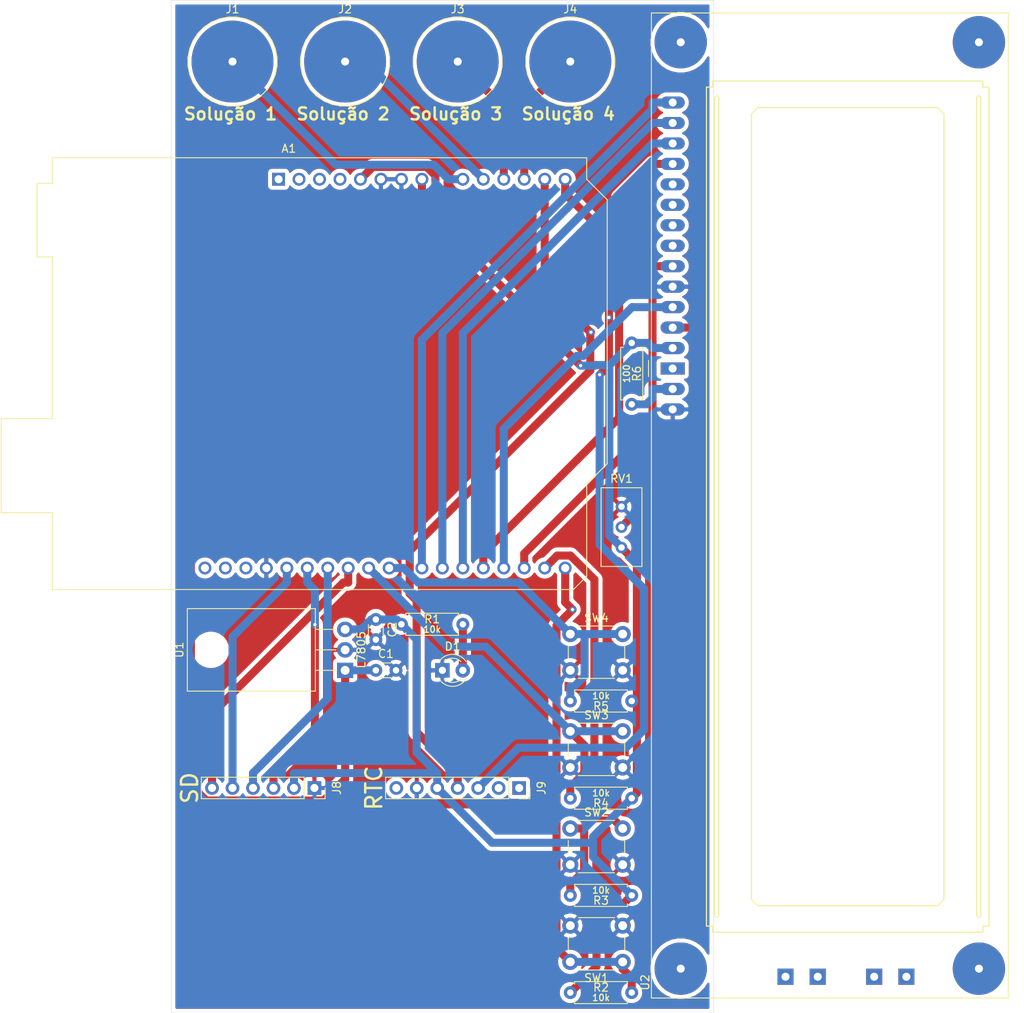
<source format=kicad_pcb>
(kicad_pcb (version 20171130) (host pcbnew "(5.1.9)-1")
  (layers (0 F.Cu signal) (31 B.Cu signal) (34 B.Paste user) (35 F.Paste user) (36 B.SilkS user) (37 F.SilkS user) (38 B.Mask user) (39 F.Mask user) (44 Edge.Cuts user))
  (net 0 "")
  (net 1 /menos)
  (net 2 /mais)
  (net 3 "Net-(A1-Pad30)")
  (net 4 /scl)
  (net 5 GNDREF)
  (net 6 /sda)
  (net 7 /sck)
  (net 8 /s4)
  (net 9 /miso)
  (net 10 /s3)
  (net 11 /mosi)
  (net 12 /s2)
  (net 13 /cs)
  (net 14 /s1)
  (net 15 /selecionar)
  (net 16 /vin)
  (net 17 /cancelar)
  (net 18 /db7)
  (net 19 /db6)
  (net 20 /db5)
  (net 21 "Net-(A1-Pad4)")
  (net 22 /db4)
  (net 23 "Net-(A1-Pad3)")
  (net 24 /rs)
  (net 25 "Net-(A1-Pad2)")
  (net 26 /e)
  (net 27 "Net-(A1-Pad1)")
  (net 28 "Net-(A1-Pad31)")
  (net 29 "Net-(A1-Pad32)")
  (net 30 /5v)
  (net 31 "Net-(D1-Pad2)")
  (net 32 /bat)
  (net 33 /ds)
  (net 34 /sq)
  (net 35 "Net-(R6-Pad2)")
  (net 36 "Net-(RV1-Pad2)")
  (net 37 "Net-(U2-PadK2)")
  (net 38 "Net-(U2-PadA2)")
  (net 39 "Net-(U2-PadK1)")
  (net 40 "Net-(U2-PadA1)")
  (net 41 "Net-(U2-Pad1)")
  (net 42 "Net-(U2-Pad7)")
  (net 43 "Net-(U2-Pad8)")
  (net 44 "Net-(U2-Pad9)")
  (net 45 "Net-(U2-Pad10)")
  (module Package_TO_SOT_THT:TO-220-3_Horizontal_TabDown (layer F.Cu) (at 80.01 113.665 90)
    (fp_text reference U1 (at 2.54 -20.58 90) (layer F.SilkS))
    (fp_text value L7805 (at 2.54 2 90) (layer F.SilkS))
    (fp_line (start -2.58 -3.69) (end 7.66 -3.69) (layer F.SilkS) (width 0.12))
    (fp_line (start -2.58 -19.58) (end 7.66 -19.58) (layer F.SilkS) (width 0.12))
    (fp_line (start -2.58 -19.58) (end -2.58 -3.69) (layer F.SilkS) (width 0.12))
    (fp_line (start 7.66 -19.58) (end 7.66 -3.69) (layer F.SilkS) (width 0.12))
    (fp_line (start 0 -3.69) (end 0 -1.15) (layer F.SilkS) (width 0.12))
    (fp_line (start 2.54 -3.69) (end 2.54 -1.15) (layer F.SilkS) (width 0.12))
    (fp_line (start 5.08 -3.69) (end 5.08 -1.15) (layer F.SilkS) (width 0.12))
    (pad 3 thru_hole oval (at 5.08 0 90) (size 1.905 2) (drill 1.1) (layers *.Cu *.Mask) (net 30 /5v))
    (pad 2 thru_hole oval (at 2.54 0 90) (size 1.905 2) (drill 1.1) (layers *.Cu *.Mask) (net 5 GNDREF))
    (pad 1 thru_hole rect (at 0 0 90) (size 1.905 2) (drill 1.1) (layers *.Cu *.Mask) (net 16 /vin))
    (pad "" np_thru_hole oval (at 2.54 -16.66 90) (size 3.5 3.5) (drill 3.5) (layers *.Cu *.Mask))
  )
  (module Button_Switch_THT:SW_PUSH_6mm (layer F.Cu) (at 107.95 109.165)
    (fp_text reference SW4 (at 3.25 -2) (layer F.SilkS))
    (fp_text value cancelar)
    (fp_line (start 6.75 3) (end 6.75 1.5) (layer F.SilkS) (width 0.12))
    (fp_line (start 5.5 -1) (end 1 -1) (layer F.SilkS) (width 0.12))
    (fp_line (start -0.25 1.5) (end -0.25 3) (layer F.SilkS) (width 0.12))
    (fp_line (start 1 5.5) (end 5.5 5.5) (layer F.SilkS) (width 0.12))
    (pad 1 thru_hole circle (at 6.5 0 90) (size 2 2) (drill 1.1) (layers *.Cu *.Mask) (net 17 /cancelar))
    (pad 2 thru_hole circle (at 6.5 4.5 90) (size 2 2) (drill 1.1) (layers *.Cu *.Mask) (net 5 GNDREF))
    (pad 1 thru_hole circle (at 0 0 90) (size 2 2) (drill 1.1) (layers *.Cu *.Mask) (net 17 /cancelar))
    (pad 2 thru_hole circle (at 0 4.5 90) (size 2 2) (drill 1.1) (layers *.Cu *.Mask) (net 5 GNDREF))
  )
  (module Button_Switch_THT:SW_PUSH_6mm (layer F.Cu) (at 107.95 121.23)
    (fp_text reference SW3 (at 3.25 -2) (layer F.SilkS))
    (fp_text value selecionar)
    (fp_line (start 6.75 3) (end 6.75 1.5) (layer F.SilkS) (width 0.12))
    (fp_line (start 5.5 -1) (end 1 -1) (layer F.SilkS) (width 0.12))
    (fp_line (start -0.25 1.5) (end -0.25 3) (layer F.SilkS) (width 0.12))
    (fp_line (start 1 5.5) (end 5.5 5.5) (layer F.SilkS) (width 0.12))
    (pad 1 thru_hole circle (at 6.5 0 90) (size 2 2) (drill 1.1) (layers *.Cu *.Mask) (net 15 /selecionar))
    (pad 2 thru_hole circle (at 6.5 4.5 90) (size 2 2) (drill 1.1) (layers *.Cu *.Mask) (net 5 GNDREF))
    (pad 1 thru_hole circle (at 0 0 90) (size 2 2) (drill 1.1) (layers *.Cu *.Mask) (net 15 /selecionar))
    (pad 2 thru_hole circle (at 0 4.5 90) (size 2 2) (drill 1.1) (layers *.Cu *.Mask) (net 5 GNDREF))
  )
  (module Button_Switch_THT:SW_PUSH_6mm (layer F.Cu) (at 107.95 133.295)
    (fp_text reference SW2 (at 3.25 -2) (layer F.SilkS))
    (fp_text value menos)
    (fp_line (start 6.75 3) (end 6.75 1.5) (layer F.SilkS) (width 0.12))
    (fp_line (start 5.5 -1) (end 1 -1) (layer F.SilkS) (width 0.12))
    (fp_line (start -0.25 1.5) (end -0.25 3) (layer F.SilkS) (width 0.12))
    (fp_line (start 1 5.5) (end 5.5 5.5) (layer F.SilkS) (width 0.12))
    (pad 1 thru_hole circle (at 6.5 0 90) (size 2 2) (drill 1.1) (layers *.Cu *.Mask) (net 1 /menos))
    (pad 2 thru_hole circle (at 6.5 4.5 90) (size 2 2) (drill 1.1) (layers *.Cu *.Mask) (net 5 GNDREF))
    (pad 1 thru_hole circle (at 0 0 90) (size 2 2) (drill 1.1) (layers *.Cu *.Mask) (net 1 /menos))
    (pad 2 thru_hole circle (at 0 4.5 90) (size 2 2) (drill 1.1) (layers *.Cu *.Mask) (net 5 GNDREF))
  )
  (module Button_Switch_THT:SW_PUSH_6mm (layer F.Cu) (at 114.45 149.86 180)
    (fp_text reference SW1 (at 3.25 -2) (layer F.SilkS))
    (fp_text value mais)
    (fp_line (start 6.75 3) (end 6.75 1.5) (layer F.SilkS) (width 0.12))
    (fp_line (start 5.5 -1) (end 1 -1) (layer F.SilkS) (width 0.12))
    (fp_line (start -0.25 1.5) (end -0.25 3) (layer F.SilkS) (width 0.12))
    (fp_line (start 1 5.5) (end 5.5 5.5) (layer F.SilkS) (width 0.12))
    (pad 1 thru_hole circle (at 6.5 0 270) (size 2 2) (drill 1.1) (layers *.Cu *.Mask) (net 2 /mais))
    (pad 2 thru_hole circle (at 6.5 4.5 270) (size 2 2) (drill 1.1) (layers *.Cu *.Mask) (net 5 GNDREF))
    (pad 1 thru_hole circle (at 0 0 270) (size 2 2) (drill 1.1) (layers *.Cu *.Mask) (net 2 /mais))
    (pad 2 thru_hole circle (at 0 4.5 270) (size 2 2) (drill 1.1) (layers *.Cu *.Mask) (net 5 GNDREF))
  )
  (module Display:LCD-016N002L (layer F.Cu) (at 120.65 76.2 90)
    (fp_text reference U2 (at -76.21 -3.41 270) (layer F.SilkS))
    (fp_text value LCD-016N002L)
    (fp_line (start 34.925 38.481) (end 34.925 39.243) (layer F.SilkS) (width 0.15))
    (fp_line (start 35.687 38.481) (end 34.925 38.481) (layer F.SilkS) (width 0.15))
    (fp_line (start -69.215 38.481) (end -69.977 38.481) (layer F.SilkS) (width 0.15))
    (fp_line (start -69.215 39.243) (end -69.215 38.481) (layer F.SilkS) (width 0.15))
    (fp_line (start -69.215 4.953) (end -69.977 4.953) (layer F.SilkS) (width 0.15))
    (fp_line (start -69.215 4.191) (end -69.215 4.953) (layer F.SilkS) (width 0.15))
    (fp_line (start 34.925 4.953) (end 35.687 4.953) (layer F.SilkS) (width 0.15))
    (fp_line (start 34.925 4.191) (end 34.925 4.953) (layer F.SilkS) (width 0.15))
    (fp_line (start -69.215 39.243) (end 34.925 39.243) (layer F.SilkS) (width 0.15))
    (fp_line (start 35.687 38.481) (end 35.687 4.953) (layer F.SilkS) (width 0.15))
    (fp_line (start 34.925 4.191) (end -69.215 4.191) (layer F.SilkS) (width 0.15))
    (fp_line (start -69.977 4.953) (end -69.977 38.481) (layer F.SilkS) (width 0.15))
    (fp_line (start 32.385 32.893) (end 31.623 33.655) (layer F.SilkS) (width 0.15))
    (fp_line (start -65.913 33.655) (end -66.675 32.893) (layer F.SilkS) (width 0.15))
    (fp_line (start -66.675 10.541) (end -65.913 9.779) (layer F.SilkS) (width 0.15))
    (fp_line (start 31.623 9.779) (end 32.385 10.541) (layer F.SilkS) (width 0.15))
    (fp_line (start 31.623 33.655) (end -65.913 33.655) (layer F.SilkS) (width 0.15))
    (fp_line (start -66.675 32.893) (end -66.675 10.541) (layer F.SilkS) (width 0.15))
    (fp_line (start -65.913 9.779) (end 31.623 9.779) (layer F.SilkS) (width 0.15))
    (fp_line (start 32.385 10.541) (end 32.385 32.893) (layer F.SilkS) (width 0.15))
    (fp_line (start -67.945 38.227) (end 33.655 38.227) (layer F.SilkS) (width 0.15))
    (fp_line (start -68.199 37.973) (end -67.945 38.227) (layer F.SilkS) (width 0.15))
    (fp_line (start -67.945 37.719) (end -68.199 37.973) (layer F.SilkS) (width 0.15))
    (fp_line (start 33.655 37.719) (end -67.945 37.719) (layer F.SilkS) (width 0.15))
    (fp_line (start 33.909 37.973) (end 33.655 37.719) (layer F.SilkS) (width 0.15))
    (fp_line (start 33.655 38.227) (end 33.909 37.973) (layer F.SilkS) (width 0.15))
    (fp_line (start 33.909 5.461) (end 33.655 5.715) (layer F.SilkS) (width 0.15))
    (fp_line (start 33.655 5.207) (end 33.909 5.461) (layer F.SilkS) (width 0.15))
    (fp_line (start -67.945 5.715) (end 33.655 5.715) (layer F.SilkS) (width 0.15))
    (fp_line (start -68.199 5.461) (end -67.945 5.715) (layer F.SilkS) (width 0.15))
    (fp_line (start -67.945 5.207) (end -68.199 5.461) (layer F.SilkS) (width 0.15))
    (fp_line (start 33.655 5.207) (end -67.945 5.207) (layer F.SilkS) (width 0.15))
    (fp_line (start -78.14 -2.64) (end -78.14 41.64) (layer F.SilkS) (width 0.12))
    (fp_line (start 44.14 -2.64) (end -78.14 -2.64) (layer F.SilkS) (width 0.12))
    (fp_line (start -1 -3) (end 1 -3) (layer F.SilkS) (width 0.12))
    (fp_line (start 44.14 -2.64) (end 44.14 41.64) (layer F.SilkS) (width 0.12))
    (fp_line (start -78.14 41.64) (end 44.14 41.64) (layer F.SilkS) (width 0.12))
    (pad K2 thru_hole rect (at -75.5 29 270) (size 2 2) (drill 1) (layers *.Cu *.Mask) (net 37 "Net-(U2-PadK2)"))
    (pad A2 thru_hole rect (at -75.5 25 270) (size 2 2) (drill 1) (layers *.Cu *.Mask) (net 38 "Net-(U2-PadA2)"))
    (pad K1 thru_hole rect (at -75.5 18 270) (size 2 2) (drill 1) (layers *.Cu *.Mask) (net 39 "Net-(U2-PadK1)"))
    (pad A1 thru_hole rect (at -75.5 14 270) (size 2 2) (drill 1) (layers *.Cu *.Mask) (net 40 "Net-(U2-PadA1)"))
    (pad "" thru_hole circle (at 40.5 38 270) (size 6.5 6.5) (drill 1) (layers *.Cu *.Mask))
    (pad "" thru_hole circle (at 40.5 1 270) (size 6.5 6.5) (drill 1) (layers *.Cu *.Mask))
    (pad "" thru_hole circle (at -74.5 38 270) (size 6.5 6.5) (drill 1) (layers *.Cu *.Mask))
    (pad "" thru_hole circle (at -74.5 1 270) (size 6.5 6.5) (drill 1) (layers *.Cu *.Mask))
    (pad 16 thru_hole oval (at -5.08 0 270) (size 1.5 3) (drill 1) (layers *.Cu *.Mask) (net 5 GNDREF))
    (pad 15 thru_hole oval (at -2.54 0 270) (size 1.5 3) (drill 1) (layers *.Cu *.Mask) (net 35 "Net-(R6-Pad2)"))
    (pad 1 thru_hole rect (at 0 0 270) (size 1.5 3) (drill 1) (layers *.Cu *.Mask) (net 41 "Net-(U2-Pad1)"))
    (pad 2 thru_hole oval (at 2.54 0 270) (size 1.5 3) (drill 1) (layers *.Cu *.Mask) (net 30 /5v))
    (pad 3 thru_hole oval (at 5.08 0 270) (size 1.5 3) (drill 1) (layers *.Cu *.Mask) (net 36 "Net-(RV1-Pad2)"))
    (pad 4 thru_hole oval (at 7.62 0 270) (size 1.5 3) (drill 1) (layers *.Cu *.Mask) (net 24 /rs))
    (pad 5 thru_hole oval (at 10.16 0 270) (size 1.5 3) (drill 1) (layers *.Cu *.Mask) (net 5 GNDREF))
    (pad 6 thru_hole oval (at 12.7 0 270) (size 1.5 3) (drill 1) (layers *.Cu *.Mask) (net 26 /e))
    (pad 7 thru_hole oval (at 15.24 0 270) (size 1.5 3) (drill 1) (layers *.Cu *.Mask) (net 42 "Net-(U2-Pad7)"))
    (pad 8 thru_hole oval (at 17.78 0 270) (size 1.5 3) (drill 1) (layers *.Cu *.Mask) (net 43 "Net-(U2-Pad8)"))
    (pad 9 thru_hole oval (at 20.32 0 270) (size 1.5 3) (drill 1) (layers *.Cu *.Mask) (net 44 "Net-(U2-Pad9)"))
    (pad 10 thru_hole oval (at 22.86 0 270) (size 1.5 3) (drill 1) (layers *.Cu *.Mask) (net 45 "Net-(U2-Pad10)"))
    (pad 11 thru_hole oval (at 25.4 0 270) (size 1.5 3) (drill 1) (layers *.Cu *.Mask) (net 22 /db4))
    (pad 12 thru_hole oval (at 27.94 0 270) (size 1.5 3) (drill 1) (layers *.Cu *.Mask) (net 20 /db5))
    (pad 13 thru_hole oval (at 30.48 0 270) (size 1.5 3) (drill 1) (layers *.Cu *.Mask) (net 19 /db6))
    (pad 14 thru_hole oval (at 33.02 0 270) (size 1.5 3) (drill 1) (layers *.Cu *.Mask) (net 18 /db7))
  )
  (module Potentiometer_THT:Potentiometer_Bourns_3386C_Horizontal (layer F.Cu) (at 114.3 93.345)
    (fp_text reference RV1 (at 0 -3.475) (layer F.SilkS))
    (fp_text value 10k)
    (fp_line (start -2.535 -2.345) (end -2.535 7.425) (layer F.SilkS) (width 0.12))
    (fp_line (start 2.535 -2.345) (end 2.535 7.425) (layer F.SilkS) (width 0.12))
    (fp_line (start -2.535 7.425) (end 2.535 7.425) (layer F.SilkS) (width 0.12))
    (fp_line (start -2.535 -2.345) (end 2.535 -2.345) (layer F.SilkS) (width 0.12))
    (pad 1 thru_hole circle (at 0 0) (size 1.44 1.44) (drill 0.8) (layers *.Cu *.Mask) (net 5 GNDREF))
    (pad 2 thru_hole circle (at 0 2.54) (size 1.44 1.44) (drill 0.8) (layers *.Cu *.Mask) (net 36 "Net-(RV1-Pad2)"))
    (pad 3 thru_hole circle (at 0 5.08) (size 1.44 1.44) (drill 0.8) (layers *.Cu *.Mask) (net 30 /5v))
  )
  (module Resistor_THT:R_Axial_DIN0207_L6.3mm_D2.5mm_P7.62mm_Horizontal (layer F.Cu) (at 115.57 73.025 270)
    (fp_text reference R6 (at 3.81 -0.635 90) (layer F.SilkS))
    (fp_text value 100 (at 3.81 0.635 90) (layer F.SilkS) (effects (font (size 0.8 0.8))))
    (fp_line (start 7.08 1.37) (end 7.08 1.04) (layer F.SilkS) (width 0.12))
    (fp_line (start 0.54 1.37) (end 7.08 1.37) (layer F.SilkS) (width 0.12))
    (fp_line (start 0.54 1.04) (end 0.54 1.37) (layer F.SilkS) (width 0.12))
    (fp_line (start 7.08 -1.37) (end 7.08 -1.04) (layer F.SilkS) (width 0.12))
    (fp_line (start 0.54 -1.37) (end 7.08 -1.37) (layer F.SilkS) (width 0.12))
    (fp_line (start 0.54 -1.04) (end 0.54 -1.37) (layer F.SilkS) (width 0.12))
    (pad 2 thru_hole oval (at 7.62 0 270) (size 1.6 1.6) (drill 0.8) (layers *.Cu *.Mask) (net 35 "Net-(R6-Pad2)"))
    (pad 1 thru_hole circle (at 0 0 270) (size 1.6 1.6) (drill 0.8) (layers *.Cu *.Mask) (net 30 /5v))
  )
  (module Resistor_THT:R_Axial_DIN0207_L6.3mm_D2.5mm_P7.62mm_Horizontal (layer F.Cu) (at 115.57 117.475 180)
    (fp_text reference R5 (at 3.81 -0.635) (layer F.SilkS))
    (fp_text value 10k (at 3.81 0.635) (layer F.SilkS) (effects (font (size 0.8 0.8))))
    (fp_line (start 7.08 1.37) (end 7.08 1.04) (layer F.SilkS) (width 0.12))
    (fp_line (start 0.54 1.37) (end 7.08 1.37) (layer F.SilkS) (width 0.12))
    (fp_line (start 0.54 1.04) (end 0.54 1.37) (layer F.SilkS) (width 0.12))
    (fp_line (start 7.08 -1.37) (end 7.08 -1.04) (layer F.SilkS) (width 0.12))
    (fp_line (start 0.54 -1.37) (end 7.08 -1.37) (layer F.SilkS) (width 0.12))
    (fp_line (start 0.54 -1.04) (end 0.54 -1.37) (layer F.SilkS) (width 0.12))
    (pad 2 thru_hole oval (at 7.62 0 180) (size 1.6 1.6) (drill 0.8) (layers *.Cu *.Mask) (net 17 /cancelar))
    (pad 1 thru_hole circle (at 0 0 180) (size 1.6 1.6) (drill 0.8) (layers *.Cu *.Mask) (net 30 /5v))
  )
  (module Resistor_THT:R_Axial_DIN0207_L6.3mm_D2.5mm_P7.62mm_Horizontal (layer F.Cu) (at 115.57 129.54 180)
    (fp_text reference R4 (at 3.81 -0.635) (layer F.SilkS))
    (fp_text value 10k (at 3.81 0.635) (layer F.SilkS) (effects (font (size 0.8 0.8))))
    (fp_line (start 7.08 1.37) (end 7.08 1.04) (layer F.SilkS) (width 0.12))
    (fp_line (start 0.54 1.37) (end 7.08 1.37) (layer F.SilkS) (width 0.12))
    (fp_line (start 0.54 1.04) (end 0.54 1.37) (layer F.SilkS) (width 0.12))
    (fp_line (start 7.08 -1.37) (end 7.08 -1.04) (layer F.SilkS) (width 0.12))
    (fp_line (start 0.54 -1.37) (end 7.08 -1.37) (layer F.SilkS) (width 0.12))
    (fp_line (start 0.54 -1.04) (end 0.54 -1.37) (layer F.SilkS) (width 0.12))
    (pad 2 thru_hole oval (at 7.62 0 180) (size 1.6 1.6) (drill 0.8) (layers *.Cu *.Mask) (net 15 /selecionar))
    (pad 1 thru_hole circle (at 0 0 180) (size 1.6 1.6) (drill 0.8) (layers *.Cu *.Mask) (net 30 /5v))
  )
  (module Resistor_THT:R_Axial_DIN0207_L6.3mm_D2.5mm_P7.62mm_Horizontal (layer F.Cu) (at 115.57 141.605 180)
    (fp_text reference R3 (at 3.81 -0.635) (layer F.SilkS))
    (fp_text value 10k (at 3.81 0.635) (layer F.SilkS) (effects (font (size 0.8 0.8))))
    (fp_line (start 7.08 1.37) (end 7.08 1.04) (layer F.SilkS) (width 0.12))
    (fp_line (start 0.54 1.37) (end 7.08 1.37) (layer F.SilkS) (width 0.12))
    (fp_line (start 0.54 1.04) (end 0.54 1.37) (layer F.SilkS) (width 0.12))
    (fp_line (start 7.08 -1.37) (end 7.08 -1.04) (layer F.SilkS) (width 0.12))
    (fp_line (start 0.54 -1.37) (end 7.08 -1.37) (layer F.SilkS) (width 0.12))
    (fp_line (start 0.54 -1.04) (end 0.54 -1.37) (layer F.SilkS) (width 0.12))
    (pad 2 thru_hole oval (at 7.62 0 180) (size 1.6 1.6) (drill 0.8) (layers *.Cu *.Mask) (net 1 /menos))
    (pad 1 thru_hole circle (at 0 0 180) (size 1.6 1.6) (drill 0.8) (layers *.Cu *.Mask) (net 30 /5v))
  )
  (module Resistor_THT:R_Axial_DIN0207_L6.3mm_D2.5mm_P7.62mm_Horizontal (layer F.Cu) (at 107.95 153.67)
    (fp_text reference R2 (at 3.81 -0.635) (layer F.SilkS))
    (fp_text value 10k (at 3.81 0.635) (layer F.SilkS) (effects (font (size 0.8 0.8))))
    (fp_line (start 7.08 1.37) (end 7.08 1.04) (layer F.SilkS) (width 0.12))
    (fp_line (start 0.54 1.37) (end 7.08 1.37) (layer F.SilkS) (width 0.12))
    (fp_line (start 0.54 1.04) (end 0.54 1.37) (layer F.SilkS) (width 0.12))
    (fp_line (start 7.08 -1.37) (end 7.08 -1.04) (layer F.SilkS) (width 0.12))
    (fp_line (start 0.54 -1.37) (end 7.08 -1.37) (layer F.SilkS) (width 0.12))
    (fp_line (start 0.54 -1.04) (end 0.54 -1.37) (layer F.SilkS) (width 0.12))
    (pad 2 thru_hole oval (at 7.62 0) (size 1.6 1.6) (drill 0.8) (layers *.Cu *.Mask) (net 2 /mais))
    (pad 1 thru_hole circle (at 0 0) (size 1.6 1.6) (drill 0.8) (layers *.Cu *.Mask) (net 30 /5v))
  )
  (module Resistor_THT:R_Axial_DIN0207_L6.3mm_D2.5mm_P7.62mm_Horizontal (layer F.Cu) (at 86.995 107.95)
    (fp_text reference R1 (at 3.81 -0.635) (layer F.SilkS))
    (fp_text value 10k (at 3.81 0.635) (layer F.SilkS) (effects (font (size 0.8 0.8))))
    (fp_line (start 7.08 1.37) (end 7.08 1.04) (layer F.SilkS) (width 0.12))
    (fp_line (start 0.54 1.37) (end 7.08 1.37) (layer F.SilkS) (width 0.12))
    (fp_line (start 0.54 1.04) (end 0.54 1.37) (layer F.SilkS) (width 0.12))
    (fp_line (start 7.08 -1.37) (end 7.08 -1.04) (layer F.SilkS) (width 0.12))
    (fp_line (start 0.54 -1.37) (end 7.08 -1.37) (layer F.SilkS) (width 0.12))
    (fp_line (start 0.54 -1.04) (end 0.54 -1.37) (layer F.SilkS) (width 0.12))
    (pad 2 thru_hole oval (at 7.62 0) (size 1.6 1.6) (drill 0.8) (layers *.Cu *.Mask) (net 31 "Net-(D1-Pad2)"))
    (pad 1 thru_hole circle (at 0 0) (size 1.6 1.6) (drill 0.8) (layers *.Cu *.Mask) (net 30 /5v))
  )
  (module Connector_PinSocket_2.54mm:PinSocket_1x07_P2.54mm_Vertical (layer F.Cu) (at 101.6 128.27 270)
    (fp_text reference J9 (at 0 -2.77 90) (layer F.SilkS))
    (fp_text value RTC (at 0 18.01 90) (layer F.SilkS) (effects (font (size 2 2) (thickness 0.3))))
    (fp_line (start 0 -1.33) (end 1.33 -1.33) (layer F.SilkS) (width 0.12))
    (fp_line (start 1.33 -1.33) (end 1.33 0) (layer F.SilkS) (width 0.12))
    (fp_line (start 1.33 1.27) (end 1.33 16.57) (layer F.SilkS) (width 0.12))
    (fp_line (start -1.33 16.57) (end 1.33 16.57) (layer F.SilkS) (width 0.12))
    (fp_line (start -1.33 1.27) (end -1.33 16.57) (layer F.SilkS) (width 0.12))
    (fp_line (start -1.33 1.27) (end 1.33 1.27) (layer F.SilkS) (width 0.12))
    (pad 7 thru_hole oval (at 0 15.24 270) (size 1.7 1.7) (drill 1) (layers *.Cu *.Mask) (net 32 /bat))
    (pad 6 thru_hole oval (at 0 12.7 270) (size 1.7 1.7) (drill 1) (layers *.Cu *.Mask) (net 5 GNDREF))
    (pad 5 thru_hole oval (at 0 10.16 270) (size 1.7 1.7) (drill 1) (layers *.Cu *.Mask) (net 30 /5v))
    (pad 4 thru_hole oval (at 0 7.62 270) (size 1.7 1.7) (drill 1) (layers *.Cu *.Mask) (net 6 /sda))
    (pad 3 thru_hole oval (at 0 5.08 270) (size 1.7 1.7) (drill 1) (layers *.Cu *.Mask) (net 4 /scl))
    (pad 2 thru_hole oval (at 0 2.54 270) (size 1.7 1.7) (drill 1) (layers *.Cu *.Mask) (net 33 /ds))
    (pad 1 thru_hole rect (at 0 0 270) (size 1.7 1.7) (drill 1) (layers *.Cu *.Mask) (net 34 /sq))
  )
  (module Connector_PinSocket_2.54mm:PinSocket_1x06_P2.54mm_Vertical (layer F.Cu) (at 76.2 128.27 270)
    (fp_text reference J8 (at 0 -2.77 90) (layer F.SilkS))
    (fp_text value SD (at 0 15.47 90) (layer F.SilkS) (effects (font (size 2 2) (thickness 0.3))))
    (fp_line (start 0 -1.33) (end 1.33 -1.33) (layer F.SilkS) (width 0.12))
    (fp_line (start 1.33 -1.33) (end 1.33 0) (layer F.SilkS) (width 0.12))
    (fp_line (start 1.33 1.27) (end 1.33 14.03) (layer F.SilkS) (width 0.12))
    (fp_line (start -1.33 14.03) (end 1.33 14.03) (layer F.SilkS) (width 0.12))
    (fp_line (start -1.33 1.27) (end -1.33 14.03) (layer F.SilkS) (width 0.12))
    (fp_line (start -1.33 1.27) (end 1.33 1.27) (layer F.SilkS) (width 0.12))
    (pad 6 thru_hole oval (at 0 12.7 270) (size 1.7 1.7) (drill 1) (layers *.Cu *.Mask) (net 13 /cs))
    (pad 5 thru_hole oval (at 0 10.16 270) (size 1.7 1.7) (drill 1) (layers *.Cu *.Mask) (net 7 /sck))
    (pad 4 thru_hole oval (at 0 7.62 270) (size 1.7 1.7) (drill 1) (layers *.Cu *.Mask) (net 11 /mosi))
    (pad 3 thru_hole oval (at 0 5.08 270) (size 1.7 1.7) (drill 1) (layers *.Cu *.Mask) (net 9 /miso))
    (pad 2 thru_hole oval (at 0 2.54 270) (size 1.7 1.7) (drill 1) (layers *.Cu *.Mask) (net 30 /5v))
    (pad 1 thru_hole rect (at 0 0 270) (size 1.7 1.7) (drill 1) (layers *.Cu *.Mask) (net 5 GNDREF))
  )
  (module Connector:Banana_Jack_1Pin (layer F.Cu) (at 107.95 38.1)
    (fp_text reference J4 (at 0 -6.5) (layer F.SilkS))
    (fp_text value "Solução 4" (at -0.25 6.5) (layer F.SilkS) (effects (font (size 1.5 1.5) (thickness 0.3))))
    (fp_circle (center 0 0) (end 5.5 0) (layer F.SilkS) (width 0.12))
    (pad 1 thru_hole circle (at 0 0) (size 10.16 10.16) (drill 1) (layers *.Cu *.Mask) (net 8 /s4))
  )
  (module Connector:Banana_Jack_1Pin (layer F.Cu) (at 93.98 38.1)
    (fp_text reference J3 (at 0 -6.5) (layer F.SilkS))
    (fp_text value "Solução 3" (at -0.25 6.5) (layer F.SilkS) (effects (font (size 1.5 1.5) (thickness 0.3))))
    (fp_circle (center 0 0) (end 5.5 0) (layer F.SilkS) (width 0.12))
    (pad 1 thru_hole circle (at 0 0) (size 10.16 10.16) (drill 1) (layers *.Cu *.Mask) (net 10 /s3))
  )
  (module Connector:Banana_Jack_1Pin (layer F.Cu) (at 80.01 38.1)
    (fp_text reference J2 (at 0 -6.5) (layer F.SilkS))
    (fp_text value "Solução 2" (at -0.25 6.5) (layer F.SilkS) (effects (font (size 1.5 1.5) (thickness 0.3))))
    (fp_circle (center 0 0) (end 5.5 0) (layer F.SilkS) (width 0.12))
    (pad 1 thru_hole circle (at 0 0) (size 10.16 10.16) (drill 1) (layers *.Cu *.Mask) (net 12 /s2))
  )
  (module Connector:Banana_Jack_1Pin (layer F.Cu) (at 66.04 38.1)
    (fp_text reference J1 (at 0 -6.5) (layer F.SilkS))
    (fp_text value "Solução 1" (at -0.25 6.5) (layer F.SilkS) (effects (font (size 1.5 1.5) (thickness 0.3))))
    (fp_circle (center 0 0) (end 5.5 0) (layer F.SilkS) (width 0.12))
    (pad 1 thru_hole circle (at 0 0) (size 10.16 10.16) (drill 1) (layers *.Cu *.Mask) (net 14 /s1))
  )
  (module LED_THT:LED_D3.0mm (layer F.Cu) (at 92.075 113.665)
    (fp_text reference D1 (at 1.27 -2.96) (layer F.SilkS))
    (fp_text value LED_Small)
    (fp_line (start -0.29 1.08) (end -0.29 1.236) (layer F.SilkS) (width 0.12))
    (fp_line (start -0.29 -1.236) (end -0.29 -1.08) (layer F.SilkS) (width 0.12))
    (fp_arc (start 1.27 0) (end 0.229039 1.08) (angle -87.9) (layer F.SilkS) (width 0.12))
    (fp_arc (start 1.27 0) (end 0.229039 -1.08) (angle 87.9) (layer F.SilkS) (width 0.12))
    (fp_arc (start 1.27 0) (end -0.29 1.235516) (angle -108.8) (layer F.SilkS) (width 0.12))
    (fp_arc (start 1.27 0) (end -0.29 -1.235516) (angle 108.8) (layer F.SilkS) (width 0.12))
    (pad 2 thru_hole circle (at 2.54 0) (size 1.8 1.8) (drill 0.9) (layers *.Cu *.Mask) (net 31 "Net-(D1-Pad2)"))
    (pad 1 thru_hole rect (at 0 0) (size 1.8 1.8) (drill 0.9) (layers *.Cu *.Mask) (net 5 GNDREF))
  )
  (module Capacitor_THT:C_Disc_D3.0mm_W1.6mm_P2.50mm (layer F.Cu) (at 83.82 107.355 270)
    (fp_text reference C2 (at 1.25 -2.05 90) (layer F.SilkS))
    (fp_text value 0.1uF)
    (fp_line (start 0.621 0.92) (end 1.879 0.92) (layer F.SilkS) (width 0.12))
    (fp_line (start 0.621 -0.92) (end 1.879 -0.92) (layer F.SilkS) (width 0.12))
    (pad 2 thru_hole circle (at 2.5 0 270) (size 1.6 1.6) (drill 0.8) (layers *.Cu *.Mask) (net 5 GNDREF))
    (pad 1 thru_hole circle (at 0 0 270) (size 1.6 1.6) (drill 0.8) (layers *.Cu *.Mask) (net 30 /5v))
  )
  (module Capacitor_THT:C_Disc_D3.0mm_W1.6mm_P2.50mm (layer F.Cu) (at 83.82 113.665)
    (fp_text reference C1 (at 1.25 -2.05) (layer F.SilkS))
    (fp_text value 0.33uF)
    (fp_line (start 0.621 0.92) (end 1.879 0.92) (layer F.SilkS) (width 0.12))
    (fp_line (start 0.621 -0.92) (end 1.879 -0.92) (layer F.SilkS) (width 0.12))
    (pad 2 thru_hole circle (at 2.5 0) (size 1.6 1.6) (drill 0.8) (layers *.Cu *.Mask) (net 5 GNDREF))
    (pad 1 thru_hole circle (at 0 0) (size 1.6 1.6) (drill 0.8) (layers *.Cu *.Mask) (net 16 /vin))
  )
  (module Module:Arduino_UNO_R3 (layer F.Cu) (at 71.755 52.705)
    (fp_text reference A1 (at 1.27 -3.81 180) (layer F.SilkS))
    (fp_text value Arduino_UNO_R3)
    (fp_line (start 38.23 37.85) (end 40.77 35.31) (layer F.SilkS) (width 0.12))
    (fp_line (start 38.23 49.28) (end 38.23 37.85) (layer F.SilkS) (width 0.12))
    (fp_line (start 36.58 50.93) (end 38.23 49.28) (layer F.SilkS) (width 0.12))
    (fp_line (start -28.07 50.93) (end 36.58 50.93) (layer F.SilkS) (width 0.12))
    (fp_line (start -28.07 41.4) (end -28.07 50.93) (layer F.SilkS) (width 0.12))
    (fp_line (start -34.42 41.4) (end -28.07 41.4) (layer F.SilkS) (width 0.12))
    (fp_line (start -34.42 29.72) (end -34.42 41.4) (layer F.SilkS) (width 0.12))
    (fp_line (start -28.07 29.72) (end -34.42 29.72) (layer F.SilkS) (width 0.12))
    (fp_line (start -28.07 9.65) (end -28.07 29.72) (layer F.SilkS) (width 0.12))
    (fp_line (start -29.97 9.65) (end -28.07 9.65) (layer F.SilkS) (width 0.12))
    (fp_line (start -29.97 0.51) (end -29.97 9.65) (layer F.SilkS) (width 0.12))
    (fp_line (start -28.07 0.51) (end -29.97 0.51) (layer F.SilkS) (width 0.12))
    (fp_line (start -28.07 -2.67) (end -28.07 0.51) (layer F.SilkS) (width 0.12))
    (fp_line (start 38.23 -2.67) (end -28.07 -2.67) (layer F.SilkS) (width 0.12))
    (fp_line (start 38.23 0) (end 38.23 -2.67) (layer F.SilkS) (width 0.12))
    (fp_line (start 40.77 2.54) (end 38.23 0) (layer F.SilkS) (width 0.12))
    (fp_line (start 40.77 35.31) (end 40.77 2.54) (layer F.SilkS) (width 0.12))
    (pad 16 thru_hole oval (at 33.02 48.26 90) (size 1.6 1.6) (drill 1) (layers *.Cu *.Mask) (net 1 /menos))
    (pad 15 thru_hole oval (at 35.56 48.26 90) (size 1.6 1.6) (drill 1) (layers *.Cu *.Mask) (net 2 /mais))
    (pad 30 thru_hole oval (at -4.06 48.26 90) (size 1.6 1.6) (drill 1) (layers *.Cu *.Mask) (net 3 "Net-(A1-Pad30)"))
    (pad 14 thru_hole oval (at 35.56 0 90) (size 1.6 1.6) (drill 1) (layers *.Cu *.Mask) (net 4 /scl))
    (pad 29 thru_hole oval (at -1.52 48.26 90) (size 1.6 1.6) (drill 1) (layers *.Cu *.Mask) (net 5 GNDREF))
    (pad 13 thru_hole oval (at 33.02 0 90) (size 1.6 1.6) (drill 1) (layers *.Cu *.Mask) (net 6 /sda))
    (pad 28 thru_hole oval (at 1.02 48.26 90) (size 1.6 1.6) (drill 1) (layers *.Cu *.Mask) (net 7 /sck))
    (pad 12 thru_hole oval (at 30.48 0 90) (size 1.6 1.6) (drill 1) (layers *.Cu *.Mask) (net 8 /s4))
    (pad 27 thru_hole oval (at 3.56 48.26 90) (size 1.6 1.6) (drill 1) (layers *.Cu *.Mask) (net 9 /miso))
    (pad 11 thru_hole oval (at 27.94 0 90) (size 1.6 1.6) (drill 1) (layers *.Cu *.Mask) (net 10 /s3))
    (pad 26 thru_hole oval (at 6.1 48.26 90) (size 1.6 1.6) (drill 1) (layers *.Cu *.Mask) (net 11 /mosi))
    (pad 10 thru_hole oval (at 25.4 0 90) (size 1.6 1.6) (drill 1) (layers *.Cu *.Mask) (net 12 /s2))
    (pad 25 thru_hole oval (at 8.64 48.26 90) (size 1.6 1.6) (drill 1) (layers *.Cu *.Mask) (net 13 /cs))
    (pad 9 thru_hole oval (at 22.86 0 90) (size 1.6 1.6) (drill 1) (layers *.Cu *.Mask) (net 14 /s1))
    (pad 24 thru_hole oval (at 11.18 48.26 90) (size 1.6 1.6) (drill 1) (layers *.Cu *.Mask) (net 15 /selecionar))
    (pad 8 thru_hole oval (at 17.78 0 90) (size 1.6 1.6) (drill 1) (layers *.Cu *.Mask) (net 16 /vin))
    (pad 23 thru_hole oval (at 13.72 48.26 90) (size 1.6 1.6) (drill 1) (layers *.Cu *.Mask) (net 17 /cancelar))
    (pad 7 thru_hole oval (at 15.24 0 90) (size 1.6 1.6) (drill 1) (layers *.Cu *.Mask) (net 5 GNDREF))
    (pad 22 thru_hole oval (at 17.78 48.26 90) (size 1.6 1.6) (drill 1) (layers *.Cu *.Mask) (net 18 /db7))
    (pad 6 thru_hole oval (at 12.7 0 90) (size 1.6 1.6) (drill 1) (layers *.Cu *.Mask) (net 5 GNDREF))
    (pad 21 thru_hole oval (at 20.32 48.26 90) (size 1.6 1.6) (drill 1) (layers *.Cu *.Mask) (net 19 /db6))
    (pad 5 thru_hole oval (at 10.16 0 90) (size 1.6 1.6) (drill 1) (layers *.Cu *.Mask) (net 30 /5v))
    (pad 20 thru_hole oval (at 22.86 48.26 90) (size 1.6 1.6) (drill 1) (layers *.Cu *.Mask) (net 20 /db5))
    (pad 4 thru_hole oval (at 7.62 0 90) (size 1.6 1.6) (drill 1) (layers *.Cu *.Mask) (net 21 "Net-(A1-Pad4)"))
    (pad 19 thru_hole oval (at 25.4 48.26 90) (size 1.6 1.6) (drill 1) (layers *.Cu *.Mask) (net 22 /db4))
    (pad 3 thru_hole oval (at 5.08 0 90) (size 1.6 1.6) (drill 1) (layers *.Cu *.Mask) (net 23 "Net-(A1-Pad3)"))
    (pad 18 thru_hole oval (at 27.94 48.26 90) (size 1.6 1.6) (drill 1) (layers *.Cu *.Mask) (net 24 /rs))
    (pad 2 thru_hole oval (at 2.54 0 90) (size 1.6 1.6) (drill 1) (layers *.Cu *.Mask) (net 25 "Net-(A1-Pad2)"))
    (pad 17 thru_hole oval (at 30.48 48.26 90) (size 1.6 1.6) (drill 1) (layers *.Cu *.Mask) (net 26 /e))
    (pad 1 thru_hole rect (at 0 0 90) (size 1.6 1.6) (drill 1) (layers *.Cu *.Mask) (net 27 "Net-(A1-Pad1)"))
    (pad 31 thru_hole oval (at -6.6 48.26 90) (size 1.6 1.6) (drill 1) (layers *.Cu *.Mask) (net 28 "Net-(A1-Pad31)"))
    (pad 32 thru_hole oval (at -9.14 48.26 90) (size 1.6 1.6) (drill 1) (layers *.Cu *.Mask) (net 29 "Net-(A1-Pad32)"))
  )
  (gr_line (start 125.73 30.48) (end 58.42 30.48) (layer Edge.Cuts) (width 0.05))
  (gr_line (start 125.73 156.21) (end 125.73 30.48) (layer Edge.Cuts) (width 0.05))
  (gr_line (start 58.42 156.21) (end 125.73 156.21) (layer Edge.Cuts) (width 0.05))
  (gr_line (start 58.42 30.48) (end 58.42 156.21) (layer Edge.Cuts) (width 0.05))
  (segment (start 110.94 132.0251) (end 109.6701 133.295) (width 1) (layer F.Cu) (net 1))
  (segment (start 104.775 100.965) (end 106.3206 99.4194) (width 1) (layer F.Cu) (net 1))
  (segment (start 106.3206 99.4194) (end 107.9678 99.4194) (width 1) (layer F.Cu) (net 1))
  (segment (start 107.9678 99.4194) (end 110.94 102.3916) (width 1) (layer F.Cu) (net 1))
  (segment (start 110.94 102.3916) (end 110.94 132.0251) (width 1) (layer F.Cu) (net 1))
  (segment (start 110.94 132.0251) (end 113.1801 132.0251) (width 1) (layer F.Cu) (net 1))
  (segment (start 113.1801 132.0251) (end 114.45 133.295) (width 1) (layer F.Cu) (net 1))
  (segment (start 109.6701 133.295) (end 107.95 133.295) (width 1) (layer F.Cu) (net 1))
  (segment (start 107.95 139.805) (end 108.4161 139.805) (width 1) (layer F.Cu) (net 1))
  (segment (start 108.4161 139.805) (end 109.6701 138.551) (width 1) (layer F.Cu) (net 1))
  (segment (start 109.6701 138.551) (end 109.6701 133.295) (width 1) (layer F.Cu) (net 1))
  (segment (start 107.95 141.605) (end 107.95 139.805) (width 1) (layer F.Cu) (net 1))
  (segment (start 114.45 149.86) (end 107.95 149.86) (width 1) (layer B.Cu) (net 2))
  (segment (start 115.57 153.67) (end 115.57 151.87) (width 1) (layer F.Cu) (net 2))
  (segment (start 115.57 151.87) (end 114.45 150.75) (width 1) (layer F.Cu) (net 2))
  (segment (start 114.45 150.75) (end 114.45 149.86) (width 1) (layer F.Cu) (net 2))
  (segment (start 108.226 106.123) (end 106.2353 108.1137) (width 1) (layer F.Cu) (net 2))
  (segment (start 106.2353 108.1137) (end 106.2353 148.1453) (width 1) (layer F.Cu) (net 2))
  (segment (start 106.2353 148.1453) (end 107.95 149.86) (width 1) (layer F.Cu) (net 2))
  (segment (start 108.226 106.123) (end 107.315 105.212) (width 1) (layer F.Cu) (net 2))
  (segment (start 107.315 105.212) (end 107.315 100.965) (width 1) (layer F.Cu) (net 2))
  (via (at 108.226 106.123) (size 0.8) (layers F.Cu B.Cu) (net 2))
  (segment (start 111.592 76.9707) (end 111.592 98.0436) (width 1) (layer B.Cu) (net 4))
  (segment (start 111.592 98.0436) (end 117.092 103.5436) (width 1) (layer B.Cu) (net 4))
  (segment (start 117.092 103.5436) (end 117.092 121.0501) (width 1) (layer B.Cu) (net 4))
  (segment (start 117.092 121.0501) (end 114.8779 123.2642) (width 1) (layer B.Cu) (net 4))
  (segment (start 114.8779 123.2642) (end 101.5258 123.2642) (width 1) (layer B.Cu) (net 4))
  (segment (start 101.5258 123.2642) (end 96.52 128.27) (width 1) (layer B.Cu) (net 4))
  (segment (start 112.746 69.868) (end 112.746 75.8167) (width 1) (layer F.Cu) (net 4))
  (segment (start 112.746 75.8167) (end 111.592 76.9707) (width 1) (layer F.Cu) (net 4))
  (segment (start 107.315 54.505) (end 112.746 59.936) (width 1) (layer F.Cu) (net 4))
  (segment (start 112.746 59.936) (end 112.746 69.868) (width 1) (layer F.Cu) (net 4))
  (segment (start 107.315 52.705) (end 107.315 54.505) (width 1) (layer F.Cu) (net 4))
  (via (at 111.592 76.9707) (size 0.8) (layers F.Cu B.Cu) (net 4))
  (via (at 112.746 69.868) (size 0.8) (layers F.Cu B.Cu) (net 4))
  (segment (start 110.4285 71.6908) (end 110.4285 76.4367) (width 1) (layer F.Cu) (net 6))
  (segment (start 110.4285 76.4367) (end 88.0203 98.8449) (width 1) (layer F.Cu) (net 6))
  (segment (start 88.0203 98.8449) (end 88.0203 104.1381) (width 1) (layer F.Cu) (net 6))
  (segment (start 88.0203 104.1381) (end 88.8839 105.0017) (width 1) (layer F.Cu) (net 6))
  (segment (start 88.8839 105.0017) (end 88.8839 121.3239) (width 1) (layer F.Cu) (net 6))
  (segment (start 88.8839 121.3239) (end 93.98 126.42) (width 1) (layer F.Cu) (net 6))
  (segment (start 104.775 52.705) (end 104.775 66.0373) (width 1) (layer F.Cu) (net 6))
  (segment (start 104.775 66.0373) (end 110.4285 71.6908) (width 1) (layer F.Cu) (net 6))
  (segment (start 110.513 71.6908) (end 110.4285 71.6908) (width 1) (layer F.Cu) (net 6))
  (segment (start 93.98 128.27) (end 93.98 126.42) (width 1) (layer F.Cu) (net 6))
  (via (at 110.513 71.6908) (size 0.8) (layers F.Cu B.Cu) (net 6))
  (segment (start 72.775 100.965) (end 72.775 102.765) (width 1) (layer B.Cu) (net 7))
  (segment (start 72.775 102.765) (end 66.04 109.5) (width 1) (layer B.Cu) (net 7))
  (segment (start 66.04 109.5) (end 66.04 128.27) (width 1) (layer B.Cu) (net 7))
  (segment (start 102.235 52.705) (end 102.235 43.815) (width 1) (layer F.Cu) (net 8))
  (segment (start 102.235 43.815) (end 107.95 38.1) (width 1) (layer F.Cu) (net 8))
  (segment (start 75.315 100.965) (end 75.315 102.765) (width 1) (layer B.Cu) (net 9))
  (segment (start 71.12 128.27) (end 71.12 126.42) (width 1) (layer F.Cu) (net 9))
  (segment (start 76.2599 107.9901) (end 76.2599 121.2801) (width 1) (layer F.Cu) (net 9))
  (segment (start 76.2599 121.2801) (end 71.12 126.42) (width 1) (layer F.Cu) (net 9))
  (segment (start 75.315 102.765) (end 76.2599 103.7099) (width 1) (layer B.Cu) (net 9))
  (segment (start 76.2599 103.7099) (end 76.2599 107.9901) (width 1) (layer B.Cu) (net 9))
  (via (at 76.2599 107.9901) (size 0.8) (layers F.Cu B.Cu) (net 9))
  (segment (start 99.695 52.705) (end 99.695 43.815) (width 1) (layer F.Cu) (net 10))
  (segment (start 99.695 43.815) (end 93.98 38.1) (width 1) (layer F.Cu) (net 10))
  (segment (start 68.58 128.27) (end 68.58 126.42) (width 1) (layer B.Cu) (net 11))
  (segment (start 77.855 100.965) (end 77.855 117.145) (width 1) (layer B.Cu) (net 11))
  (segment (start 77.855 117.145) (end 68.58 126.42) (width 1) (layer B.Cu) (net 11))
  (segment (start 97.155 52.705) (end 82.55 38.1) (width 1) (layer B.Cu) (net 12))
  (segment (start 82.55 38.1) (end 80.01 38.1) (width 1) (layer B.Cu) (net 12))
  (segment (start 80.395 102.765) (end 79.7875 102.765) (width 1) (layer F.Cu) (net 13))
  (segment (start 79.7875 102.765) (end 63.5 119.0525) (width 1) (layer F.Cu) (net 13))
  (segment (start 63.5 119.0525) (end 63.5 128.27) (width 1) (layer F.Cu) (net 13))
  (segment (start 80.395 100.965) (end 80.395 102.765) (width 1) (layer F.Cu) (net 13))
  (segment (start 94.615 52.705) (end 92.815 52.705) (width 1) (layer B.Cu) (net 14))
  (segment (start 92.815 52.705) (end 91.015 50.905) (width 1) (layer B.Cu) (net 14))
  (segment (start 91.015 50.905) (end 78.845 50.905) (width 1) (layer B.Cu) (net 14))
  (segment (start 78.845 50.905) (end 66.04 38.1) (width 1) (layer B.Cu) (net 14))
  (segment (start 82.935 100.965) (end 92.7068 110.7368) (width 1) (layer B.Cu) (net 15))
  (segment (start 92.7068 110.7368) (end 97.4568 110.7368) (width 1) (layer B.Cu) (net 15))
  (segment (start 97.4568 110.7368) (end 107.95 121.23) (width 1) (layer B.Cu) (net 15))
  (segment (start 107.95 129.54) (end 107.95 127.74) (width 1) (layer F.Cu) (net 15))
  (segment (start 107.95 121.23) (end 109.7005 122.9805) (width 1) (layer F.Cu) (net 15))
  (segment (start 109.7005 122.9805) (end 109.7005 126.4076) (width 1) (layer F.Cu) (net 15))
  (segment (start 109.7005 126.4076) (end 108.3681 127.74) (width 1) (layer F.Cu) (net 15))
  (segment (start 108.3681 127.74) (end 107.95 127.74) (width 1) (layer F.Cu) (net 15))
  (segment (start 114.45 121.23) (end 107.95 121.23) (width 1) (layer B.Cu) (net 15))
  (segment (start 89.535 52.705) (end 89.535 54.505) (width 1) (layer F.Cu) (net 16))
  (segment (start 89.535 54.505) (end 60.8742 83.1658) (width 1) (layer F.Cu) (net 16))
  (segment (start 60.8742 83.1658) (end 60.8742 127.9291) (width 1) (layer F.Cu) (net 16))
  (segment (start 60.8742 127.9291) (end 62.7655 129.8204) (width 1) (layer F.Cu) (net 16))
  (segment (start 62.7655 129.8204) (end 77.3597 129.8204) (width 1) (layer F.Cu) (net 16))
  (segment (start 77.3597 129.8204) (end 80.01 127.1701) (width 1) (layer F.Cu) (net 16))
  (segment (start 80.01 127.1701) (end 80.01 113.665) (width 1) (layer F.Cu) (net 16))
  (segment (start 83.82 113.665) (end 80.01 113.665) (width 1) (layer B.Cu) (net 16))
  (segment (start 85.475 100.965) (end 87.275 100.965) (width 1) (layer B.Cu) (net 17))
  (segment (start 87.275 100.965) (end 89.075 102.765) (width 1) (layer B.Cu) (net 17))
  (segment (start 89.075 102.765) (end 101.55 102.765) (width 1) (layer B.Cu) (net 17))
  (segment (start 101.55 102.765) (end 107.95 109.165) (width 1) (layer B.Cu) (net 17))
  (segment (start 109.7211 109.165) (end 114.45 109.165) (width 1) (layer B.Cu) (net 17))
  (segment (start 107.95 109.165) (end 109.7211 109.165) (width 1) (layer B.Cu) (net 17))
  (segment (start 109.7211 109.165) (end 109.7211 114.37) (width 1) (layer B.Cu) (net 17))
  (segment (start 109.7211 114.37) (end 108.4161 115.675) (width 1) (layer B.Cu) (net 17))
  (segment (start 108.4161 115.675) (end 107.95 115.675) (width 1) (layer B.Cu) (net 17))
  (segment (start 107.95 117.475) (end 107.95 115.675) (width 1) (layer B.Cu) (net 17))
  (segment (start 120.65 43.18) (end 118.15 43.18) (width 1) (layer B.Cu) (net 18))
  (segment (start 89.535 100.965) (end 89.535 72.6221) (width 1) (layer B.Cu) (net 18))
  (segment (start 89.535 72.6221) (end 118.15 44.0071) (width 1) (layer B.Cu) (net 18))
  (segment (start 118.15 44.0071) (end 118.15 43.18) (width 1) (layer B.Cu) (net 18))
  (segment (start 92.075 100.965) (end 92.075 71.795) (width 1) (layer B.Cu) (net 19))
  (segment (start 92.075 71.795) (end 118.15 45.72) (width 1) (layer B.Cu) (net 19))
  (segment (start 120.65 45.72) (end 118.15 45.72) (width 1) (layer B.Cu) (net 19))
  (segment (start 120.65 48.26) (end 118.15 48.26) (width 1) (layer B.Cu) (net 20))
  (segment (start 94.615 100.965) (end 94.615 71.795) (width 1) (layer B.Cu) (net 20))
  (segment (start 94.615 71.795) (end 118.15 48.26) (width 1) (layer B.Cu) (net 20))
  (segment (start 120.65 50.8) (end 118.15 50.8) (width 1) (layer F.Cu) (net 22))
  (segment (start 97.155 100.965) (end 97.155 99.165) (width 1) (layer F.Cu) (net 22))
  (segment (start 97.155 99.165) (end 114.0031 82.3169) (width 1) (layer F.Cu) (net 22))
  (segment (start 114.0031 82.3169) (end 114.0031 54.9469) (width 1) (layer F.Cu) (net 22))
  (segment (start 114.0031 54.9469) (end 118.15 50.8) (width 1) (layer F.Cu) (net 22))
  (segment (start 120.65 68.58) (end 115.6159 68.58) (width 1) (layer B.Cu) (net 24))
  (segment (start 115.6159 68.58) (end 109.5567 74.6392) (width 1) (layer B.Cu) (net 24))
  (segment (start 109.5567 74.6392) (end 108.7309 74.6392) (width 1) (layer B.Cu) (net 24))
  (segment (start 108.7309 74.6392) (end 99.695 83.6751) (width 1) (layer B.Cu) (net 24))
  (segment (start 99.695 83.6751) (end 99.695 100.965) (width 1) (layer B.Cu) (net 24))
  (segment (start 120.65 63.5) (end 118.15 63.5) (width 1) (layer F.Cu) (net 26))
  (segment (start 102.235 100.965) (end 102.235 99.165) (width 1) (layer F.Cu) (net 26))
  (segment (start 102.235 99.165) (end 118.15 83.25) (width 1) (layer F.Cu) (net 26))
  (segment (start 118.15 83.25) (end 118.15 63.5) (width 1) (layer F.Cu) (net 26))
  (segment (start 112.7555 75.8395) (end 115.57 73.025) (width 1) (layer B.Cu) (net 30))
  (segment (start 114.3 98.425) (end 112.7923 96.9173) (width 1) (layer B.Cu) (net 30))
  (segment (start 112.7923 96.9173) (end 112.7923 75.8763) (width 1) (layer B.Cu) (net 30))
  (segment (start 112.7923 75.8763) (end 112.7555 75.8395) (width 1) (layer B.Cu) (net 30))
  (segment (start 112.7555 75.8395) (end 112.6864 75.7704) (width 1) (layer B.Cu) (net 30))
  (segment (start 112.6864 75.7704) (end 111.0948 75.7704) (width 1) (layer B.Cu) (net 30))
  (segment (start 111.0948 75.7704) (end 111.0257 75.8395) (width 1) (layer B.Cu) (net 30))
  (segment (start 111.0257 75.8395) (end 109.2281 75.8395) (width 1) (layer B.Cu) (net 30))
  (segment (start 81.915 52.705) (end 83.439 51.181) (width 1) (layer F.Cu) (net 30))
  (segment (start 83.439 51.181) (end 90.1446 51.181) (width 1) (layer F.Cu) (net 30))
  (segment (start 90.1446 51.181) (end 91.2164 52.2528) (width 1) (layer F.Cu) (net 30))
  (segment (start 91.2164 52.2528) (end 91.2164 57.8278) (width 1) (layer F.Cu) (net 30))
  (segment (start 91.2164 57.8278) (end 109.2281 75.8395) (width 1) (layer F.Cu) (net 30))
  (segment (start 86.995 107.95) (end 88.8839 109.8389) (width 1) (layer B.Cu) (net 30))
  (segment (start 88.8839 109.8389) (end 88.8839 123.8639) (width 1) (layer B.Cu) (net 30))
  (segment (start 88.8839 123.8639) (end 91.44 126.42) (width 1) (layer B.Cu) (net 30))
  (segment (start 83.82 107.355) (end 86.4 107.355) (width 1) (layer B.Cu) (net 30))
  (segment (start 86.4 107.355) (end 86.995 107.95) (width 1) (layer B.Cu) (net 30))
  (segment (start 91.44 126.42) (end 73.66 126.42) (width 1) (layer B.Cu) (net 30))
  (segment (start 91.44 128.27) (end 91.44 126.42) (width 1) (layer B.Cu) (net 30))
  (segment (start 116.2121 117.475) (end 116.2121 100.3371) (width 1) (layer F.Cu) (net 30))
  (segment (start 116.2121 100.3371) (end 114.3 98.425) (width 1) (layer F.Cu) (net 30))
  (segment (start 115.57 129.54) (end 116.2121 128.8979) (width 1) (layer F.Cu) (net 30))
  (segment (start 116.2121 128.8979) (end 116.2121 117.475) (width 1) (layer F.Cu) (net 30))
  (segment (start 115.57 117.475) (end 116.2121 117.475) (width 1) (layer F.Cu) (net 30))
  (segment (start 110.7755 135.0688) (end 110.7755 136.8105) (width 1) (layer B.Cu) (net 30))
  (segment (start 110.7755 136.8105) (end 115.57 141.605) (width 1) (layer B.Cu) (net 30))
  (segment (start 115.57 129.54) (end 110.7755 134.3345) (width 1) (layer B.Cu) (net 30))
  (segment (start 110.7755 134.3345) (end 110.7755 135.0688) (width 1) (layer B.Cu) (net 30))
  (segment (start 110.7755 135.0688) (end 98.2388 135.0688) (width 1) (layer B.Cu) (net 30))
  (segment (start 98.2388 135.0688) (end 91.44 128.27) (width 1) (layer B.Cu) (net 30))
  (segment (start 118.4496 73.66) (end 118.15 73.66) (width 1) (layer B.Cu) (net 30))
  (segment (start 118.6 73.66) (end 118.4496 73.66) (width 1) (layer B.Cu) (net 30))
  (segment (start 120.65 73.66) (end 118.6 73.66) (width 1) (layer B.Cu) (net 30))
  (segment (start 115.57 73.025) (end 117.515 73.025) (width 1) (layer B.Cu) (net 30))
  (segment (start 117.515 73.025) (end 118.15 73.66) (width 1) (layer B.Cu) (net 30))
  (segment (start 107.95 153.67) (end 111.2 150.42) (width 1) (layer F.Cu) (net 30))
  (segment (start 111.2 150.42) (end 111.2 145.975) (width 1) (layer F.Cu) (net 30))
  (segment (start 111.2 145.975) (end 115.57 141.605) (width 1) (layer F.Cu) (net 30))
  (segment (start 80.01 108.585) (end 82.01 108.585) (width 1) (layer B.Cu) (net 30))
  (segment (start 83.82 107.355) (end 83.24 107.355) (width 1) (layer B.Cu) (net 30))
  (segment (start 83.24 107.355) (end 82.01 108.585) (width 1) (layer B.Cu) (net 30))
  (segment (start 73.66 128.27) (end 73.66 126.42) (width 1) (layer B.Cu) (net 30))
  (via (at 109.2281 75.8395) (size 0.8) (layers F.Cu B.Cu) (net 30))
  (segment (start 94.615 113.665) (end 94.615 107.95) (width 1) (layer F.Cu) (net 31))
  (segment (start 120.65 78.74) (end 118.15 78.74) (width 1) (layer B.Cu) (net 35))
  (segment (start 115.57 80.645) (end 117.37 80.645) (width 1) (layer B.Cu) (net 35))
  (segment (start 117.37 80.645) (end 118.15 79.865) (width 1) (layer B.Cu) (net 35))
  (segment (start 118.15 79.865) (end 118.15 78.74) (width 1) (layer B.Cu) (net 35))
  (segment (start 120.65 71.12) (end 123.15 71.12) (width 1) (layer F.Cu) (net 36))
  (segment (start 114.3 95.885) (end 123.15 87.035) (width 1) (layer F.Cu) (net 36))
  (segment (start 123.15 87.035) (end 123.15 71.12) (width 1) (layer F.Cu) (net 36))
  (zone (net 0) (net_name "") (layer F.Cu) (connect_pads (clearance 0.508)) (min_thickness 0.254)
    (keepout (tracks not_allowed) (vias not_allowed) (copperpour not_allowed))
    (fill (arc_segments 32) (thermal_gap 0.508) (thermal_bridge_width 0.508))
    (polygon (pts (xy 105.41 154.94) (xy 59.69 154.94) (xy 59.69 130.81) (xy 105.41 130.81)))
  )
  (zone (net 5) (net_name GNDREF) (layer B.Cu) (connect_pads (clearance 0.508)) (min_thickness 0.254) (fill yes (arc_segments 32) (thermal_gap 0.508) (thermal_bridge_width 0.508))
    (polygon (pts (xy 125.73 156.21) (xy 58.42 156.21) (xy 58.42 30.48) (xy 125.73 30.48)))
  )
  (zone (net 5) (net_name GNDREF) (layer F.Cu) (connect_pads (clearance 0.508)) (min_thickness 0.254) (fill yes (arc_segments 32) (thermal_gap 0.508) (thermal_bridge_width 0.508))
    (polygon (pts (xy 125.73 156.21) (xy 58.42 156.21) (xy 58.42 30.48) (xy 125.73 30.48)))
  )
)
</source>
